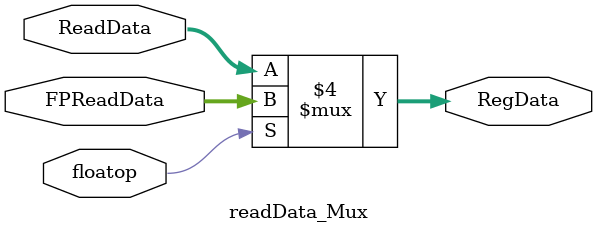
<source format=v>
module readData_Mux (RegData, ReadData, FPReadData, floatop);

// input 
	input [63:0] ReadData, FPReadData;
	input floatop;
	
// output 
	output reg [63:0] RegData;
	
	always @(*)
		begin
			if(floatop == 0)
				RegData <= ReadData;
			else 
				RegData <= FPReadData;
		end
		
endmodule

		
</source>
